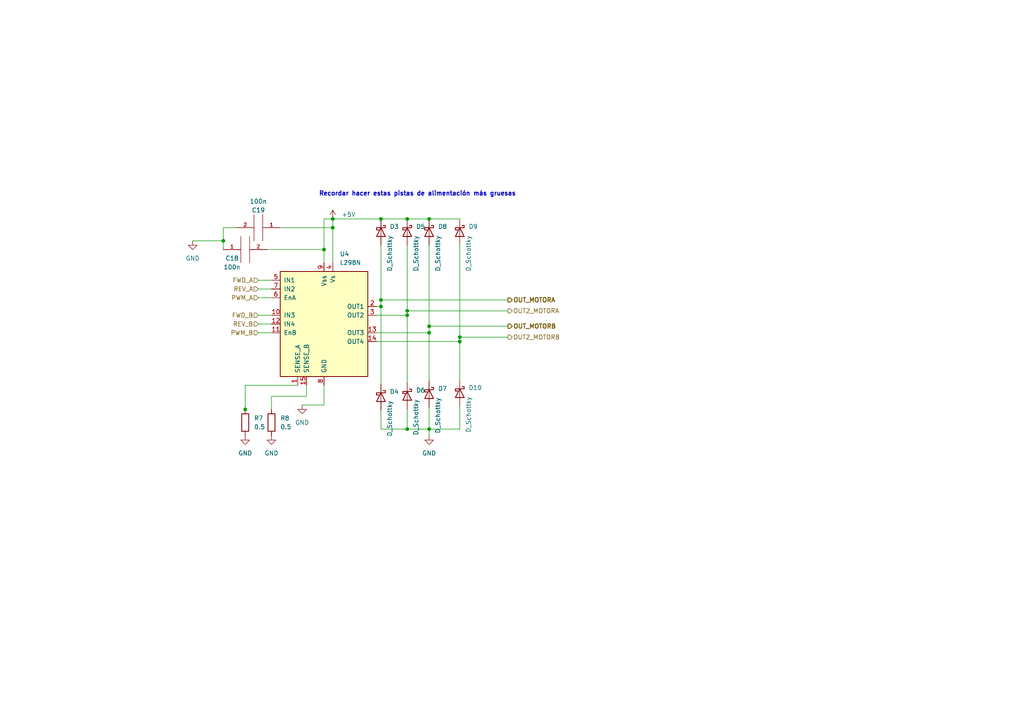
<source format=kicad_sch>
(kicad_sch (version 20211123) (generator eeschema)
  (paper "A4")
  (lib_symbols
    (symbol "Device:D_Schottky" (pin_numbers hide) (pin_names (offset 1.016) hide)
      (property "Reference" "D" (at 0 2.54 0))
      (property "Value" "D_Schottky" (at 0 -2.54 0))
      (symbol "D_Schottky_0_1"
        (polyline (pts (xy 1.27 0) (xy -1.27 0)))
        (polyline (pts (xy 1.27 1.27) (xy 1.27 -1.27) (xy -1.27 0) (xy 1.27 1.27)) (stroke (width 0.254)))
        (polyline (pts (xy -1.905 0.635) (xy -1.905 1.27) (xy -1.27 1.27) (xy -1.27 -1.27) (xy -0.635 -1.27) (xy -0.635 -0.635)) (stroke (width 0.254)))
      )
      (symbol "D_Schottky_1_1"
        (pin passive line (at -3.81 0 0) (length 2.54) (name "K") (number "1"))
        (pin passive line (at 3.81 0 180) (length 2.54) (name "A") (number "2"))
      )
    )
    (symbol "Device:R" (pin_numbers hide) (pin_names (offset 0))
      (property "Reference" "R" (at 2.032 0 90))
      (property "Value" "R" (at 0 0 90))
      (symbol "R_0_1"
        (rectangle (start -1.016 -2.54) (end 1.016 2.54) (stroke (width 0.254)))
      )
      (symbol "R_1_1"
        (pin passive line (at 0 3.81 270) (length 1.27) (name "~") (number "1"))
        (pin passive line (at 0 -3.81 90) (length 1.27) (name "~") (number "2"))
      )
    )
    (symbol "Driver_Motor:L298N" (pin_names (offset 1.016))
      (property "Reference" "U" (at -10.16 16.51 0))
      (property "Value" "L298N" (at 12.7 16.51 0))
      (symbol "L298N_0_1"
        (rectangle (start -12.7 15.24) (end 12.7 -15.24) (stroke (width 0.254)) (fill (type background)))
      )
      (symbol "L298N_1_1"
        (pin power_in line (at -7.62 -17.78 90) (length 2.54) (name "SENSE_A") (number "1"))
        (pin input line (at -15.24 2.54 0) (length 2.54) (name "IN3") (number "10"))
        (pin input line (at -15.24 -2.54 0) (length 2.54) (name "EnB") (number "11"))
        (pin input line (at -15.24 0 0) (length 2.54) (name "IN4") (number "12"))
        (pin output line (at 15.24 -2.54 180) (length 2.54) (name "OUT3") (number "13"))
        (pin output line (at 15.24 -5.08 180) (length 2.54) (name "OUT4") (number "14"))
        (pin power_in line (at -5.08 -17.78 90) (length 2.54) (name "SENSE_B") (number "15"))
        (pin output line (at 15.24 5.08 180) (length 2.54) (name "OUT1") (number "2"))
        (pin output line (at 15.24 2.54 180) (length 2.54) (name "OUT2") (number "3"))
        (pin power_in line (at 2.54 17.78 270) (length 2.54) (name "Vs") (number "4"))
        (pin input line (at -15.24 12.7 0) (length 2.54) (name "IN1") (number "5"))
        (pin input line (at -15.24 7.62 0) (length 2.54) (name "EnA") (number "6"))
        (pin input line (at -15.24 10.16 0) (length 2.54) (name "IN2") (number "7"))
        (pin power_in line (at 0 -17.78 90) (length 2.54) (name "GND") (number "8"))
        (pin power_in line (at 0 17.78 270) (length 2.54) (name "Vss") (number "9"))
      )
    )
    (symbol "power:+5V" (power) (pin_names (offset 0))
      (property "Value" "+5V" (at 0 3.556 0))
      (symbol "+5V_0_1"
        (polyline (pts (xy -0.762 1.27) (xy 0 2.54)))
        (polyline (pts (xy 0 0) (xy 0 2.54)))
        (polyline (pts (xy 0 2.54) (xy 0.762 1.27)))
      )
      (symbol "+5V_1_1"
        (pin power_in line (at 0 0 90) (length 0) hide (name "+5V") (number "1"))
      )
    )
    (symbol "power:GND" (power) (pin_names (offset 0))
      (property "Value" "GND" (at 0 -3.81 0))
      (symbol "GND_0_1"
        (polyline (pts (xy 0 0) (xy 0 -1.27) (xy 1.27 -1.27) (xy 0 -2.54) (xy -1.27 -1.27) (xy 0 -1.27)))
      )
      (symbol "GND_1_1"
        (pin power_in line (at 0 0 270) (length 0) hide (name "GND") (number "1"))
      )
    )
    (symbol "pspice:CAP" (pin_names (offset 0.254))
      (property "Reference" "C" (at 2.54 3.81 90))
      (property "Value" "CAP" (at 2.54 -3.81 90))
      (symbol "CAP_0_1"
        (polyline (pts (xy -3.81 -1.27) (xy 3.81 -1.27)))
        (polyline (pts (xy -3.81 1.27) (xy 3.81 1.27)))
      )
      (symbol "CAP_1_1"
        (pin passive line (at 0 6.35 270) (length 5.08) (name "~") (number "1"))
        (pin passive line (at 0 -6.35 90) (length 5.08) (name "~") (number "2"))
      )
    )
  )
  (junction (at 64.77 69.85))
  (junction (at 96.52 63.5))
  (junction (at 71.12 118.745))
  (junction (at 93.98 72.39))
  (junction (at 118.11 91.44))
  (junction (at 124.46 63.5))
  (junction (at 110.49 63.5))
  (junction (at 133.35 97.79))
  (junction (at 124.46 94.615))
  (junction (at 118.11 90.17))
  (junction (at 110.49 86.995))
  (junction (at 110.49 88.9))
  (junction (at 118.11 63.5))
  (junction (at 124.46 124.46))
  (junction (at 118.11 124.46))
  (junction (at 124.46 96.52))
  (junction (at 96.52 66.04))
  (junction (at 133.35 99.06))
  (wire (pts (xy 110.49 88.9) (xy 110.49 111.379)))
  (wire (pts (xy 109.22 88.9) (xy 110.49 88.9)))
  (wire (pts (xy 110.49 63.5) (xy 96.52 63.5)))
  (wire (pts (xy 110.49 86.995) (xy 110.49 88.9)))
  (wire (pts (xy 93.98 63.5) (xy 96.52 63.5)))
  (wire (pts (xy 96.52 66.04) (xy 96.52 76.2)))
  (wire (pts (xy 109.22 96.52) (xy 124.46 96.52)))
  (wire (pts (xy 124.46 63.5) (xy 133.35 63.5)))
  (wire (pts (xy 87.63 117.475) (xy 93.98 117.475)))
  (wire (pts (xy 133.35 71.12) (xy 133.35 97.79)))
  (wire (pts (xy 93.98 76.2) (xy 93.98 72.39)))
  (wire (pts (xy 88.9 111.76) (xy 88.9 114.935)))
  (wire (pts (xy 133.35 97.79) (xy 147.32 97.79)))
  (wire (pts (xy 110.49 118.999) (xy 110.49 124.46)))
  (wire (pts (xy 124.46 94.615) (xy 124.46 71.12)))
  (wire (pts (xy 74.93 83.82) (xy 78.74 83.82)))
  (wire (pts (xy 64.77 69.85) (xy 64.77 72.39)))
  (wire (pts (xy 118.11 90.17) (xy 147.32 90.17)))
  (wire (pts (xy 74.93 81.28) (xy 78.74 81.28)))
  (wire (pts (xy 71.12 118.745) (xy 71.12 111.76)))
  (wire (pts (xy 55.88 69.85) (xy 64.77 69.85)))
  (wire (pts (xy 124.46 94.615) (xy 124.46 96.52)))
  (wire (pts (xy 96.52 63.5) (xy 96.52 66.04)))
  (wire (pts (xy 81.28 66.04) (xy 96.52 66.04)))
  (wire (pts (xy 118.11 124.46) (xy 124.46 124.46)))
  (wire (pts (xy 110.49 124.46) (xy 118.11 124.46)))
  (wire (pts (xy 124.46 96.52) (xy 124.46 110.49)))
  (wire (pts (xy 93.98 117.475) (xy 93.98 111.76)))
  (wire (pts (xy 110.49 63.5) (xy 118.11 63.5)))
  (wire (pts (xy 118.11 71.12) (xy 118.11 90.17)))
  (wire (pts (xy 78.74 114.935) (xy 88.9 114.935)))
  (wire (pts (xy 133.35 117.856) (xy 133.35 124.46)))
  (wire (pts (xy 77.47 72.39) (xy 93.98 72.39)))
  (wire (pts (xy 74.93 91.44) (xy 78.74 91.44)))
  (wire (pts (xy 74.93 93.98) (xy 78.74 93.98)))
  (wire (pts (xy 64.77 66.04) (xy 64.77 69.85)))
  (wire (pts (xy 71.12 119.38) (xy 71.12 118.745)))
  (wire (pts (xy 118.11 118.618) (xy 118.11 124.46)))
  (wire (pts (xy 78.74 118.745) (xy 78.74 114.935)))
  (wire (pts (xy 133.35 124.46) (xy 124.46 124.46)))
  (wire (pts (xy 133.35 97.79) (xy 133.35 99.06)))
  (wire (pts (xy 68.58 66.04) (xy 64.77 66.04)))
  (wire (pts (xy 74.93 86.36) (xy 78.74 86.36)))
  (wire (pts (xy 118.11 91.44) (xy 118.11 110.998)))
  (wire (pts (xy 147.32 86.995) (xy 110.49 86.995)))
  (wire (pts (xy 71.12 111.76) (xy 86.36 111.76)))
  (wire (pts (xy 109.22 99.06) (xy 133.35 99.06)))
  (wire (pts (xy 118.11 63.5) (xy 124.46 63.5)))
  (wire (pts (xy 124.46 94.615) (xy 147.32 94.615)))
  (wire (pts (xy 118.11 90.17) (xy 118.11 91.44)))
  (wire (pts (xy 110.49 71.12) (xy 110.49 86.995)))
  (wire (pts (xy 93.98 72.39) (xy 93.98 63.5)))
  (wire (pts (xy 118.11 91.44) (xy 109.22 91.44)))
  (wire (pts (xy 124.46 118.11) (xy 124.46 124.46)))
  (wire (pts (xy 133.35 99.06) (xy 133.35 110.236)))
  (wire (pts (xy 74.93 96.52) (xy 78.74 96.52)))
  (wire (pts (xy 124.46 124.46) (xy 124.46 126.365)))
  (text "Recordar hacer estas pistas de alimentación más gruesas" (at 92.456 57.023 0) (effects (font (size 1.27 1.27) bold) (justify left bottom)))
  (hierarchical_label "OUT2_MOTORB" (shape output) (at 147.32 97.79 0))
  (hierarchical_label "REV_A" (shape input) (at 74.93 83.82 180))
  (hierarchical_label "FWD_B" (shape input) (at 74.93 91.44 180))
  (hierarchical_label "OUT_MOTORA" (shape output) (at 147.32 86.995 0) (effects (font bold)))
  (hierarchical_label "PWM_A" (shape input) (at 74.93 86.36 180))
  (hierarchical_label "OUT2_MOTORA" (shape output) (at 147.32 90.17 0))
  (hierarchical_label "OUT_MOTORB" (shape output) (at 147.32 94.615 0) (effects (font bold)))
  (hierarchical_label "PWM_B" (shape input) (at 74.93 96.52 180))
  (hierarchical_label "FWD_A" (shape input) (at 74.93 81.28 180))
  (hierarchical_label "REV_B" (shape input) (at 74.93 93.98 180))
  (symbol (lib_id "power:+5V") (at 96.52 63.5 0) (unit 1)
    (property "Reference" "#PWR0108" (effects hide))
    (property "Value" "+5V" (at 99.06 62.2299 0) (effects (justify left)))
  )
  (symbol (lib_id "Device:D_Schottky") (at 110.49 115.189 270) (unit 1)
    (property "Reference" "D4" (at 113.03 113.6014 90) (effects (justify left)))
    (property "Value" "D_Schottky" (at 113.03 116.1414 0) (effects (justify left)))
    (property "Footprint" "Diode_SMD:D_SOD-110" (effects hide))
  )
  (symbol (lib_id "Device:D_Schottky") (at 118.11 67.31 270) (unit 1)
    (property "Reference" "D5" (at 120.65 65.7224 90) (effects (justify left)))
    (property "Value" "D_Schottky" (at 120.65 68.2624 0) (effects (justify left)))
    (property "Footprint" "Diode_SMD:D_SOD-110" (effects hide))
  )
  (symbol (lib_id "Device:D_Schottky") (at 124.46 67.31 270) (unit 1)
    (property "Reference" "D8" (at 127 65.7224 90) (effects (justify left)))
    (property "Value" "D_Schottky" (at 127 68.2624 0) (effects (justify left)))
    (property "Footprint" "Diode_SMD:D_SOD-110" (effects hide))
  )
  (symbol (lib_id "power:GND") (at 55.88 69.85 0) (unit 1)
    (property "Reference" "#PWR0120" (effects hide))
    (property "Value" "GND" (at 55.88 74.93 0))
  )
  (symbol (lib_id "power:GND") (at 71.12 126.365 0) (unit 1)
    (property "Reference" "#PWR0115" (effects hide))
    (property "Value" "GND" (at 71.12 131.445 0))
  )
  (symbol (lib_id "power:GND") (at 87.63 117.475 0) (unit 1)
    (property "Reference" "#PWR0109" (effects hide))
    (property "Value" "GND" (at 87.63 122.555 0))
  )
  (symbol (lib_id "Device:D_Schottky") (at 133.35 114.046 270) (unit 1)
    (property "Reference" "D10" (at 135.89 112.4584 90) (effects (justify left)))
    (property "Value" "D_Schottky" (at 135.89 114.9984 0) (effects (justify left)))
    (property "Footprint" "Diode_SMD:D_SOD-110" (effects hide))
  )
  (symbol (lib_id "Device:D_Schottky") (at 110.49 67.31 270) (unit 1)
    (property "Reference" "D3" (at 113.03 65.7224 90) (effects (justify left)))
    (property "Value" "D_Schottky" (at 113.03 68.2624 0) (effects (justify left)))
    (property "Footprint" "Diode_SMD:D_SOD-110" (effects hide))
  )
  (symbol (lib_id "power:GND") (at 124.46 126.365 0) (unit 1)
    (property "Reference" "#PWR0119" (effects hide))
    (property "Value" "GND" (at 124.46 131.445 0))
  )
  (symbol (lib_id "Device:D_Schottky") (at 124.46 114.3 270) (unit 1)
    (property "Reference" "D7" (at 127 112.7124 90) (effects (justify left)))
    (property "Value" "D_Schottky" (at 127 115.2524 0) (effects (justify left)))
    (property "Footprint" "Diode_SMD:D_SOD-110" (effects hide))
  )
  (symbol (lib_id "Device:D_Schottky") (at 118.11 114.808 270) (unit 1)
    (property "Reference" "D6" (at 120.65 113.2204 90) (effects (justify left)))
    (property "Value" "D_Schottky" (at 120.65 115.7604 0) (effects (justify left)))
    (property "Footprint" "Diode_SMD:D_SOD-110" (effects hide))
  )
  (symbol (lib_id "pspice:CAP") (at 74.93 66.04 270) (unit 1)
    (property "Reference" "C19" (at 74.93 60.96 90))
    (property "Value" "100n" (at 74.93 58.42 90))
    (property "Footprint" "Capacitor_SMD:C_0402_1005Metric" (effects hide))
  )
  (symbol (lib_id "power:GND") (at 78.74 126.365 0) (unit 1)
    (property "Reference" "#PWR0114" (effects hide))
    (property "Value" "GND" (at 78.74 131.445 0))
  )
  (symbol (lib_id "Device:R") (at 71.12 122.555 0) (unit 1)
    (property "Reference" "R7" (at 73.66 121.2849 0) (effects (justify left)))
    (property "Value" "0.5" (at 73.66 123.8249 0) (effects (justify left)))
    (property "Footprint" "Resistor_SMD:R_2010_5025Metric" (effects hide))
  )
  (symbol (lib_id "Device:R") (at 78.74 122.555 0) (unit 1)
    (property "Reference" "R8" (at 81.28 121.2849 0) (effects (justify left)))
    (property "Value" "0.5" (at 81.28 123.8249 0) (effects (justify left)))
    (property "Footprint" "Resistor_SMD:R_2010_5025Metric" (effects hide))
  )
  (symbol (lib_id "pspice:CAP") (at 71.12 72.39 90) (unit 1)
    (property "Reference" "C18" (at 67.31 74.93 90))
    (property "Value" "100n" (at 67.31 77.47 90))
    (property "Footprint" "Capacitor_SMD:C_0402_1005Metric" (effects hide))
  )
  (symbol (lib_id "Device:D_Schottky") (at 133.35 67.31 270) (unit 1)
    (property "Reference" "D9" (at 135.89 65.7224 90) (effects (justify left)))
    (property "Value" "D_Schottky" (at 135.89 68.2624 0) (effects (justify left)))
    (property "Footprint" "Diode_SMD:D_SOD-110" (effects hide))
  )
  (symbol (lib_id "Driver_Motor:L298N") (at 93.98 93.98 0) (unit 1)
    (property "Reference" "U4" (at 98.5394 73.66 0) (effects (justify left)))
    (property "Value" "L298N" (at 98.5394 76.2 0) (effects (justify left)))
    (property "Footprint" "Package_TO_SOT_THT:TO-220-15_P2.54x2.54mm_StaggerOdd_Lead4.58mm_Vertical" (effects hide))
    (property "Datasheet" "http://www.st.com/st-web-ui/static/active/en/resource/technical/document/datasheet/CD00000240.pdf" (effects hide))
  )
)
</source>
